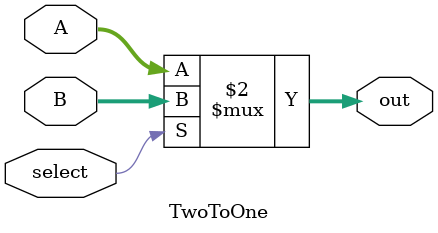
<source format=v>
`timescale 1ns / 1ps

module TwoToOne(
    input select,
    input [31:0] A,
    input [31:0] B,
    output wire [31:0] out 
    );
    assign out=(select==1)?B:A;
endmodule

</source>
